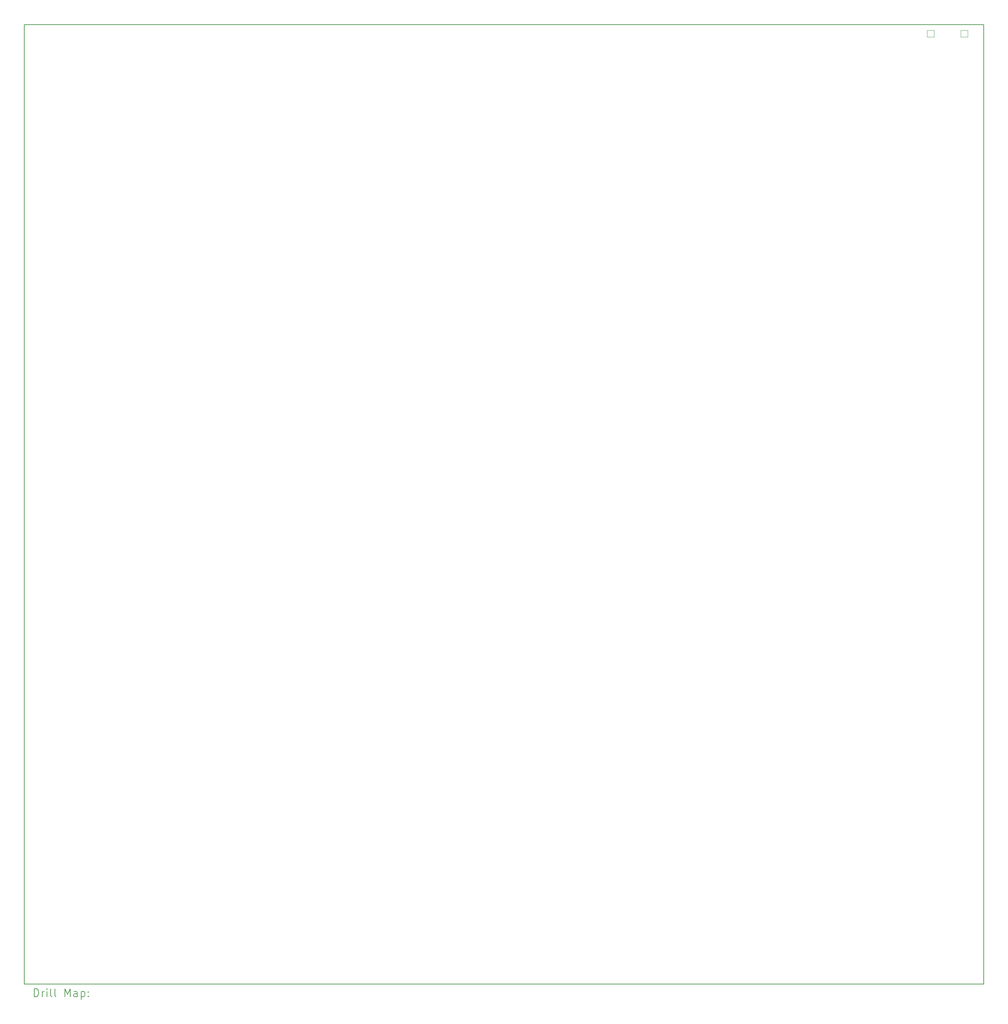
<source format=gbr>
%TF.GenerationSoftware,KiCad,Pcbnew,8.0.6*%
%TF.CreationDate,2025-05-26T10:20:53-05:00*%
%TF.ProjectId,CortexPC,436f7274-6578-4504-932e-6b696361645f,V0.5*%
%TF.SameCoordinates,Original*%
%TF.FileFunction,Drillmap*%
%TF.FilePolarity,Positive*%
%FSLAX45Y45*%
G04 Gerber Fmt 4.5, Leading zero omitted, Abs format (unit mm)*
G04 Created by KiCad (PCBNEW 8.0.6) date 2025-05-26 10:20:53*
%MOMM*%
%LPD*%
G01*
G04 APERTURE LIST*
%ADD10C,0.200000*%
%ADD11C,0.010000*%
G04 APERTURE END LIST*
D10*
X3275840Y-1965200D02*
X27675840Y-1965200D01*
X27675840Y-26365200D01*
X3275840Y-26365200D01*
X3275840Y-1965200D01*
D11*
X26236280Y-2111640D02*
X26236280Y-2281640D01*
X26236280Y-2281640D02*
X26416280Y-2281640D01*
X26416280Y-2111640D02*
X26236280Y-2111640D01*
X26416280Y-2281640D02*
X26416280Y-2111640D01*
X27086280Y-2111640D02*
X27086280Y-2281640D01*
X27086280Y-2281640D02*
X27266280Y-2281640D01*
X27266280Y-2111640D02*
X27086280Y-2111640D01*
X27266280Y-2281640D02*
X27266280Y-2111640D01*
D10*
X3526617Y-26686684D02*
X3526617Y-26486684D01*
X3526617Y-26486684D02*
X3574236Y-26486684D01*
X3574236Y-26486684D02*
X3602807Y-26496208D01*
X3602807Y-26496208D02*
X3621855Y-26515255D01*
X3621855Y-26515255D02*
X3631379Y-26534303D01*
X3631379Y-26534303D02*
X3640902Y-26572398D01*
X3640902Y-26572398D02*
X3640902Y-26600969D01*
X3640902Y-26600969D02*
X3631379Y-26639065D01*
X3631379Y-26639065D02*
X3621855Y-26658112D01*
X3621855Y-26658112D02*
X3602807Y-26677160D01*
X3602807Y-26677160D02*
X3574236Y-26686684D01*
X3574236Y-26686684D02*
X3526617Y-26686684D01*
X3726617Y-26686684D02*
X3726617Y-26553350D01*
X3726617Y-26591446D02*
X3736141Y-26572398D01*
X3736141Y-26572398D02*
X3745664Y-26562874D01*
X3745664Y-26562874D02*
X3764712Y-26553350D01*
X3764712Y-26553350D02*
X3783760Y-26553350D01*
X3850426Y-26686684D02*
X3850426Y-26553350D01*
X3850426Y-26486684D02*
X3840902Y-26496208D01*
X3840902Y-26496208D02*
X3850426Y-26505731D01*
X3850426Y-26505731D02*
X3859950Y-26496208D01*
X3859950Y-26496208D02*
X3850426Y-26486684D01*
X3850426Y-26486684D02*
X3850426Y-26505731D01*
X3974236Y-26686684D02*
X3955188Y-26677160D01*
X3955188Y-26677160D02*
X3945664Y-26658112D01*
X3945664Y-26658112D02*
X3945664Y-26486684D01*
X4078998Y-26686684D02*
X4059950Y-26677160D01*
X4059950Y-26677160D02*
X4050426Y-26658112D01*
X4050426Y-26658112D02*
X4050426Y-26486684D01*
X4307569Y-26686684D02*
X4307569Y-26486684D01*
X4307569Y-26486684D02*
X4374236Y-26629541D01*
X4374236Y-26629541D02*
X4440903Y-26486684D01*
X4440903Y-26486684D02*
X4440903Y-26686684D01*
X4621855Y-26686684D02*
X4621855Y-26581922D01*
X4621855Y-26581922D02*
X4612331Y-26562874D01*
X4612331Y-26562874D02*
X4593284Y-26553350D01*
X4593284Y-26553350D02*
X4555188Y-26553350D01*
X4555188Y-26553350D02*
X4536141Y-26562874D01*
X4621855Y-26677160D02*
X4602807Y-26686684D01*
X4602807Y-26686684D02*
X4555188Y-26686684D01*
X4555188Y-26686684D02*
X4536141Y-26677160D01*
X4536141Y-26677160D02*
X4526617Y-26658112D01*
X4526617Y-26658112D02*
X4526617Y-26639065D01*
X4526617Y-26639065D02*
X4536141Y-26620017D01*
X4536141Y-26620017D02*
X4555188Y-26610493D01*
X4555188Y-26610493D02*
X4602807Y-26610493D01*
X4602807Y-26610493D02*
X4621855Y-26600969D01*
X4717093Y-26553350D02*
X4717093Y-26753350D01*
X4717093Y-26562874D02*
X4736141Y-26553350D01*
X4736141Y-26553350D02*
X4774236Y-26553350D01*
X4774236Y-26553350D02*
X4793284Y-26562874D01*
X4793284Y-26562874D02*
X4802807Y-26572398D01*
X4802807Y-26572398D02*
X4812331Y-26591446D01*
X4812331Y-26591446D02*
X4812331Y-26648588D01*
X4812331Y-26648588D02*
X4802807Y-26667636D01*
X4802807Y-26667636D02*
X4793284Y-26677160D01*
X4793284Y-26677160D02*
X4774236Y-26686684D01*
X4774236Y-26686684D02*
X4736141Y-26686684D01*
X4736141Y-26686684D02*
X4717093Y-26677160D01*
X4898045Y-26667636D02*
X4907569Y-26677160D01*
X4907569Y-26677160D02*
X4898045Y-26686684D01*
X4898045Y-26686684D02*
X4888522Y-26677160D01*
X4888522Y-26677160D02*
X4898045Y-26667636D01*
X4898045Y-26667636D02*
X4898045Y-26686684D01*
X4898045Y-26562874D02*
X4907569Y-26572398D01*
X4907569Y-26572398D02*
X4898045Y-26581922D01*
X4898045Y-26581922D02*
X4888522Y-26572398D01*
X4888522Y-26572398D02*
X4898045Y-26562874D01*
X4898045Y-26562874D02*
X4898045Y-26581922D01*
M02*

</source>
